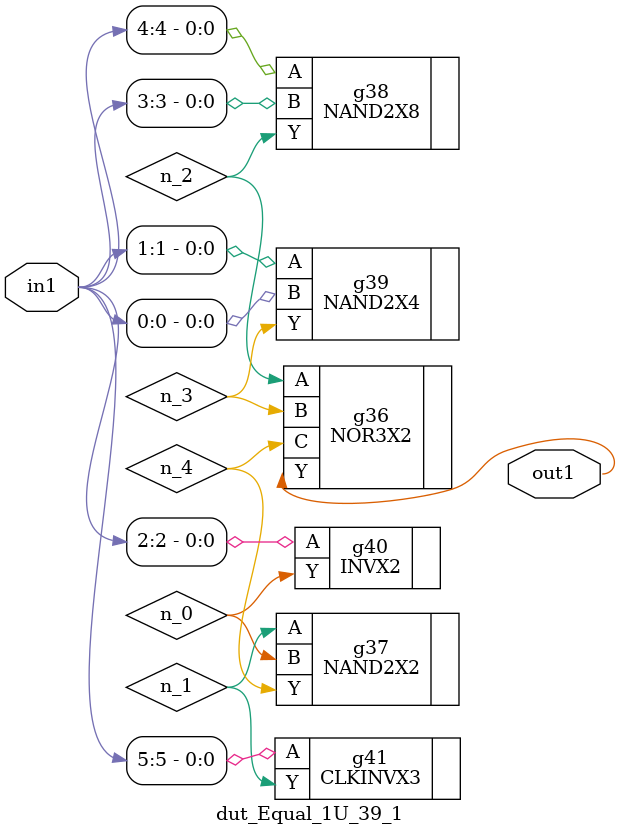
<source format=v>
`timescale 1ps / 1ps


module dut_Equal_1U_39_1(in1, out1);
  input [5:0] in1;
  output out1;
  wire [5:0] in1;
  wire out1;
  wire n_0, n_1, n_2, n_3, n_4;
  NOR3X2 g36(.A (n_2), .B (n_3), .C (n_4), .Y (out1));
  NAND2X2 g37(.A (n_1), .B (n_0), .Y (n_4));
  NAND2X4 g39(.A (in1[1]), .B (in1[0]), .Y (n_3));
  NAND2X8 g38(.A (in1[4]), .B (in1[3]), .Y (n_2));
  CLKINVX3 g41(.A (in1[5]), .Y (n_1));
  INVX2 g40(.A (in1[2]), .Y (n_0));
endmodule



</source>
